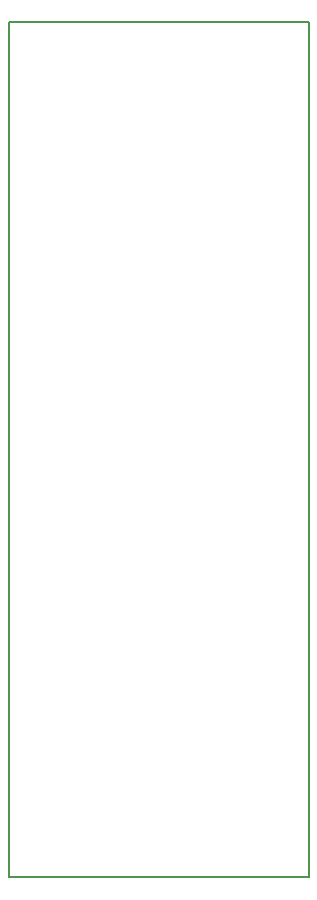
<source format=gbr>
G04 #@! TF.GenerationSoftware,KiCad,Pcbnew,(5.0.2)-1*
G04 #@! TF.CreationDate,2020-07-01T14:38:25-04:00*
G04 #@! TF.ProjectId,PCB2,50434232-2e6b-4696-9361-645f70636258,rev?*
G04 #@! TF.SameCoordinates,Original*
G04 #@! TF.FileFunction,Profile,NP*
%FSLAX46Y46*%
G04 Gerber Fmt 4.6, Leading zero omitted, Abs format (unit mm)*
G04 Created by KiCad (PCBNEW (5.0.2)-1) date 7/1/2020 2:38:25 PM*
%MOMM*%
%LPD*%
G01*
G04 APERTURE LIST*
%ADD10C,0.200000*%
%ADD11C,0.150000*%
G04 APERTURE END LIST*
D10*
X114300000Y-68580000D02*
X139700000Y-68580000D01*
X114300000Y-140970000D02*
X139700000Y-140970000D01*
X114300000Y-68580000D02*
X114300000Y-72390000D01*
X139700000Y-68580000D02*
X139700000Y-72390000D01*
D11*
X114300000Y-140970000D02*
X114300000Y-72390000D01*
X139700000Y-72390000D02*
X139700000Y-140970000D01*
M02*

</source>
